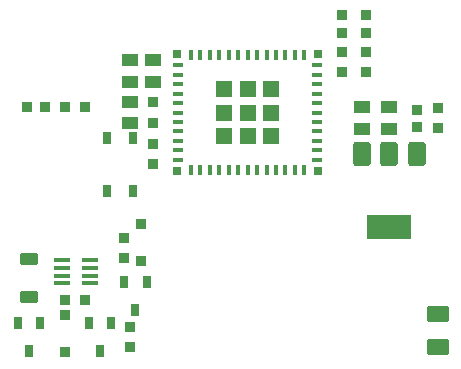
<source format=gtp>
G04*
G04 #@! TF.GenerationSoftware,Altium Limited,Altium Designer,20.0.7 (75)*
G04*
G04 Layer_Color=8421504*
%FSLAX44Y44*%
%MOMM*%
G71*
G01*
G75*
G04:AMPARAMS|DCode=19|XSize=1.34mm|YSize=1.8mm|CornerRadius=0.067mm|HoleSize=0mm|Usage=FLASHONLY|Rotation=270.000|XOffset=0mm|YOffset=0mm|HoleType=Round|Shape=RoundedRectangle|*
%AMROUNDEDRECTD19*
21,1,1.3400,1.6660,0,0,270.0*
21,1,1.2060,1.8000,0,0,270.0*
1,1,0.1340,-0.8330,-0.6030*
1,1,0.1340,-0.8330,0.6030*
1,1,0.1340,0.8330,0.6030*
1,1,0.1340,0.8330,-0.6030*
%
%ADD19ROUNDEDRECTD19*%
%ADD20R,0.8128X0.4064*%
%ADD21R,0.4064X0.8128*%
%ADD22R,1.4478X1.4478*%
%ADD23R,0.7112X0.7112*%
%ADD24R,0.7112X0.9906*%
G04:AMPARAMS|DCode=25|XSize=0.9mm|YSize=0.8mm|CornerRadius=0.06mm|HoleSize=0mm|Usage=FLASHONLY|Rotation=0.000|XOffset=0mm|YOffset=0mm|HoleType=Round|Shape=RoundedRectangle|*
%AMROUNDEDRECTD25*
21,1,0.9000,0.6800,0,0,0.0*
21,1,0.7800,0.8000,0,0,0.0*
1,1,0.1200,0.3900,-0.3400*
1,1,0.1200,-0.3900,-0.3400*
1,1,0.1200,-0.3900,0.3400*
1,1,0.1200,0.3900,0.3400*
%
%ADD25ROUNDEDRECTD25*%
G04:AMPARAMS|DCode=26|XSize=0.9mm|YSize=0.8mm|CornerRadius=0.06mm|HoleSize=0mm|Usage=FLASHONLY|Rotation=270.000|XOffset=0mm|YOffset=0mm|HoleType=Round|Shape=RoundedRectangle|*
%AMROUNDEDRECTD26*
21,1,0.9000,0.6800,0,0,270.0*
21,1,0.7800,0.8000,0,0,270.0*
1,1,0.1200,-0.3400,-0.3900*
1,1,0.1200,-0.3400,0.3900*
1,1,0.1200,0.3400,0.3900*
1,1,0.1200,0.3400,-0.3900*
%
%ADD26ROUNDEDRECTD26*%
G04:AMPARAMS|DCode=27|XSize=0.8mm|YSize=0.9mm|CornerRadius=0.06mm|HoleSize=0mm|Usage=FLASHONLY|Rotation=0.000|XOffset=0mm|YOffset=0mm|HoleType=Round|Shape=RoundedRectangle|*
%AMROUNDEDRECTD27*
21,1,0.8000,0.7800,0,0,0.0*
21,1,0.6800,0.9000,0,0,0.0*
1,1,0.1200,0.3400,-0.3900*
1,1,0.1200,-0.3400,-0.3900*
1,1,0.1200,-0.3400,0.3900*
1,1,0.1200,0.3400,0.3900*
%
%ADD27ROUNDEDRECTD27*%
%ADD28R,1.3208X0.4318*%
G04:AMPARAMS|DCode=29|XSize=1mm|YSize=1.5mm|CornerRadius=0.05mm|HoleSize=0mm|Usage=FLASHONLY|Rotation=270.000|XOffset=0mm|YOffset=0mm|HoleType=Round|Shape=RoundedRectangle|*
%AMROUNDEDRECTD29*
21,1,1.0000,1.4000,0,0,270.0*
21,1,0.9000,1.5000,0,0,270.0*
1,1,0.1000,-0.7000,-0.4500*
1,1,0.1000,-0.7000,0.4500*
1,1,0.1000,0.7000,0.4500*
1,1,0.1000,0.7000,-0.4500*
%
%ADD29ROUNDEDRECTD29*%
G04:AMPARAMS|DCode=30|XSize=0.6mm|YSize=1.05mm|CornerRadius=0.045mm|HoleSize=0mm|Usage=FLASHONLY|Rotation=0.000|XOffset=0mm|YOffset=0mm|HoleType=Round|Shape=RoundedRectangle|*
%AMROUNDEDRECTD30*
21,1,0.6000,0.9600,0,0,0.0*
21,1,0.5100,1.0500,0,0,0.0*
1,1,0.0900,0.2550,-0.4800*
1,1,0.0900,-0.2550,-0.4800*
1,1,0.0900,-0.2550,0.4800*
1,1,0.0900,0.2550,0.4800*
%
%ADD30ROUNDEDRECTD30*%
%ADD31R,0.9500X0.9000*%
G04:AMPARAMS|DCode=32|XSize=0.95mm|YSize=1.4mm|CornerRadius=0.0712mm|HoleSize=0mm|Usage=FLASHONLY|Rotation=90.000|XOffset=0mm|YOffset=0mm|HoleType=Round|Shape=RoundedRectangle|*
%AMROUNDEDRECTD32*
21,1,0.9500,1.2575,0,0,90.0*
21,1,0.8075,1.4000,0,0,90.0*
1,1,0.1425,0.6288,0.4037*
1,1,0.1425,0.6288,-0.4037*
1,1,0.1425,-0.6288,-0.4037*
1,1,0.1425,-0.6288,0.4037*
%
%ADD32ROUNDEDRECTD32*%
G04:AMPARAMS|DCode=33|XSize=0.8mm|YSize=0.9mm|CornerRadius=0.06mm|HoleSize=0mm|Usage=FLASHONLY|Rotation=90.000|XOffset=0mm|YOffset=0mm|HoleType=Round|Shape=RoundedRectangle|*
%AMROUNDEDRECTD33*
21,1,0.8000,0.7800,0,0,90.0*
21,1,0.6800,0.9000,0,0,90.0*
1,1,0.1200,0.3900,0.3400*
1,1,0.1200,0.3900,-0.3400*
1,1,0.1200,-0.3900,-0.3400*
1,1,0.1200,-0.3900,0.3400*
%
%ADD33ROUNDEDRECTD33*%
G04:AMPARAMS|DCode=34|XSize=1.5mm|YSize=2mm|CornerRadius=0.1875mm|HoleSize=0mm|Usage=FLASHONLY|Rotation=180.000|XOffset=0mm|YOffset=0mm|HoleType=Round|Shape=RoundedRectangle|*
%AMROUNDEDRECTD34*
21,1,1.5000,1.6250,0,0,180.0*
21,1,1.1250,2.0000,0,0,180.0*
1,1,0.3750,-0.5625,0.8125*
1,1,0.3750,0.5625,0.8125*
1,1,0.3750,0.5625,-0.8125*
1,1,0.3750,-0.5625,-0.8125*
%
%ADD34ROUNDEDRECTD34*%
G04:AMPARAMS|DCode=35|XSize=3.8mm|YSize=2mm|CornerRadius=0.05mm|HoleSize=0mm|Usage=FLASHONLY|Rotation=180.000|XOffset=0mm|YOffset=0mm|HoleType=Round|Shape=RoundedRectangle|*
%AMROUNDEDRECTD35*
21,1,3.8000,1.9000,0,0,180.0*
21,1,3.7000,2.0000,0,0,180.0*
1,1,0.1000,-1.8500,0.9500*
1,1,0.1000,1.8500,0.9500*
1,1,0.1000,1.8500,-0.9500*
1,1,0.1000,-1.8500,-0.9500*
%
%ADD35ROUNDEDRECTD35*%
D19*
X161036Y-70282D02*
D03*
Y-98882D02*
D03*
D20*
X-59000Y140000D02*
D03*
Y132000D02*
D03*
Y124000D02*
D03*
Y116000D02*
D03*
Y108000D02*
D03*
Y100000D02*
D03*
Y92000D02*
D03*
Y84000D02*
D03*
Y76000D02*
D03*
Y68000D02*
D03*
Y60000D02*
D03*
X59000D02*
D03*
Y68000D02*
D03*
Y76000D02*
D03*
Y84000D02*
D03*
Y92000D02*
D03*
Y100000D02*
D03*
Y108000D02*
D03*
Y116000D02*
D03*
Y124000D02*
D03*
Y132000D02*
D03*
Y140000D02*
D03*
D21*
X-48000Y51000D02*
D03*
X-40000D02*
D03*
X-32000D02*
D03*
X-24000D02*
D03*
X-16000D02*
D03*
X-8000D02*
D03*
X0D02*
D03*
X8000D02*
D03*
X16000D02*
D03*
X24000D02*
D03*
X32000D02*
D03*
X40000D02*
D03*
X48000D02*
D03*
X48000Y149000D02*
D03*
X40000D02*
D03*
X32000D02*
D03*
X24000D02*
D03*
X16000D02*
D03*
X8000D02*
D03*
X0D02*
D03*
X-8000D02*
D03*
X-16000D02*
D03*
X-24000D02*
D03*
X-32000D02*
D03*
X-40000D02*
D03*
X-48000D02*
D03*
D22*
X0Y100000D02*
D03*
X19750Y119750D02*
D03*
Y100000D02*
D03*
Y80250D02*
D03*
X0D02*
D03*
X-19750D02*
D03*
Y100000D02*
D03*
Y119750D02*
D03*
X0D02*
D03*
D23*
X59500Y149500D02*
D03*
Y50500D02*
D03*
X-59500D02*
D03*
Y149500D02*
D03*
D24*
X-97250Y78500D02*
D03*
Y33500D02*
D03*
X-118750Y78500D02*
D03*
Y33500D02*
D03*
D25*
X-137500Y105000D02*
D03*
X-154500D02*
D03*
X-137500Y-59000D02*
D03*
X-154500D02*
D03*
D26*
X-105000Y-23500D02*
D03*
Y-6500D02*
D03*
X-100000Y-81500D02*
D03*
Y-98500D02*
D03*
X-80000Y73500D02*
D03*
Y56500D02*
D03*
Y108500D02*
D03*
Y91500D02*
D03*
X100000Y151000D02*
D03*
Y134000D02*
D03*
X161000Y103500D02*
D03*
Y86500D02*
D03*
X80000Y134000D02*
D03*
Y151000D02*
D03*
D27*
X-186500Y105000D02*
D03*
X-171500D02*
D03*
D28*
X-133062Y-25250D02*
D03*
Y-31750D02*
D03*
Y-38250D02*
D03*
Y-44750D02*
D03*
X-156938D02*
D03*
Y-38250D02*
D03*
Y-31750D02*
D03*
Y-25250D02*
D03*
D29*
X-185000Y-56000D02*
D03*
Y-24000D02*
D03*
D30*
X-185000Y-101850D02*
D03*
X-194500Y-78150D02*
D03*
X-175500D02*
D03*
X-125000Y-101850D02*
D03*
X-134500Y-78150D02*
D03*
X-115500D02*
D03*
X-95000Y-66850D02*
D03*
X-104500Y-43150D02*
D03*
X-85500D02*
D03*
D31*
X-155000Y-102750D02*
D03*
Y-71250D02*
D03*
X-90000Y-25750D02*
D03*
Y5750D02*
D03*
D32*
X-100000Y90750D02*
D03*
Y109250D02*
D03*
X-80000Y144250D02*
D03*
Y125750D02*
D03*
X-100000Y144250D02*
D03*
Y125750D02*
D03*
X120000Y104250D02*
D03*
Y85750D02*
D03*
X97000Y104250D02*
D03*
Y85750D02*
D03*
D33*
X100000Y167500D02*
D03*
Y182500D02*
D03*
X80000Y167500D02*
D03*
Y182500D02*
D03*
X143000Y102500D02*
D03*
Y87500D02*
D03*
D34*
X97000Y65000D02*
D03*
X143000D02*
D03*
X120000D02*
D03*
D35*
Y3000D02*
D03*
M02*

</source>
